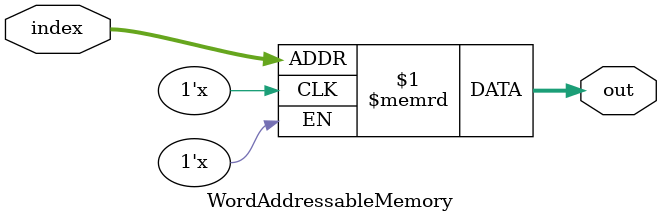
<source format=sv>
`timescale 1ns / 1ps


module WordAddressableMemory #(parameter IN=9, parameter OUT=19) (
    input logic [IN-1:0] index,
    output logic [OUT-1:0] out
    );
    
    logic [OUT-1:0] memory [2**IN];
    
    assign out = memory[index];
    
endmodule

</source>
